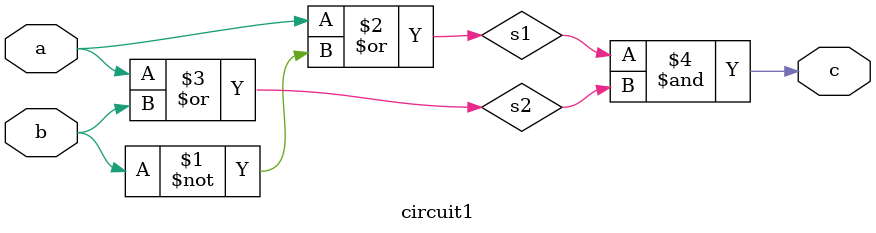
<source format=sv>
module circuit1(
  input logic a, b,
  output logic c

);
  logic s1, s2;

  assign s1 = a | ~b;
  assign s2 = a | b;
  assign c = s1 & s2;
endmodule

</source>
